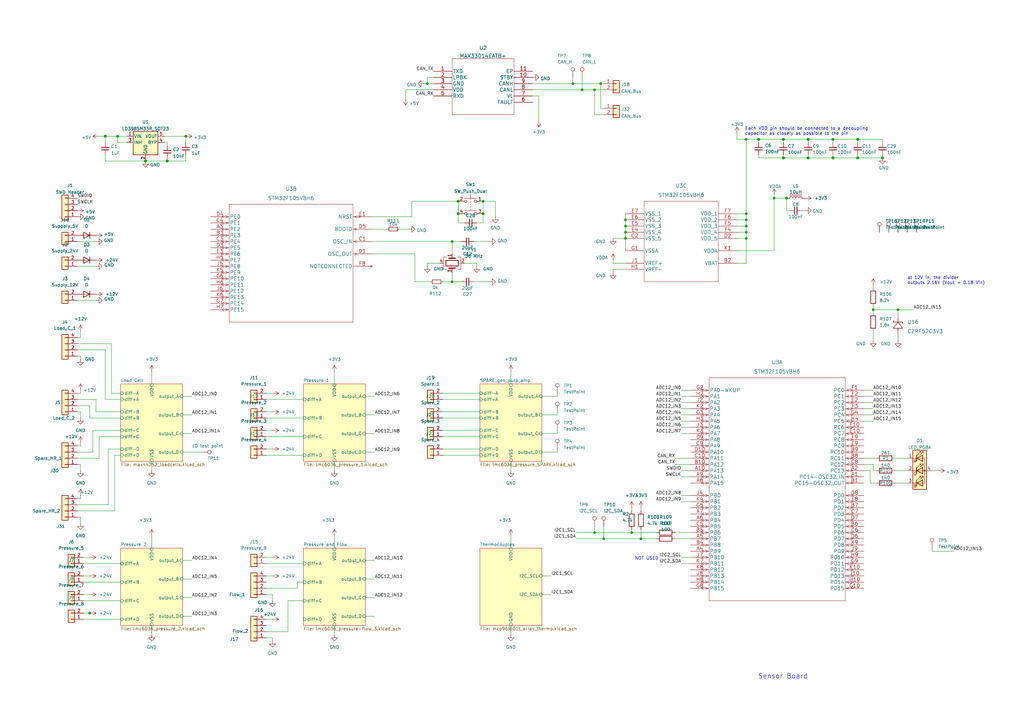
<source format=kicad_sch>
(kicad_sch (version 20211123) (generator eeschema)
  (paper "A3")
  (junction (at 187.96 87.63) (diameter 1.016))
  (junction (at 321.31 64.77) (diameter 1.016))
  (junction (at 262.89 220.98))
  (junction (at 246.38 34.29))
  (junction (at 185.42 115.57))
  (junction (at 259.08 218.44))
  (junction (at 175.26 34.29))
  (junction (at 256.54 92.71))
  (junction (at 317.5 81.28))
  (junction (at 361.95 64.77) (diameter 1.016))
  (junction (at 238.76 36.83))
  (junction (at 243.84 36.83))
  (junction (at 368.3 127))
  (junction (at 256.54 90.17))
  (junction (at 48.26 55.88) (diameter 1.016))
  (junction (at 76.2 55.88))
  (junction (at 331.47 64.77) (diameter 1.016))
  (junction (at 247.65 220.98))
  (junction (at 306.07 97.79))
  (junction (at 331.47 57.15) (diameter 1.016))
  (junction (at 68.58 66.04) (diameter 1.016))
  (junction (at 306.07 87.63))
  (junction (at 358.14 127))
  (junction (at 351.79 64.77) (diameter 1.016))
  (junction (at 198.12 87.63) (diameter 1.016))
  (junction (at 43.18 55.88) (diameter 1.016))
  (junction (at 306.07 92.71))
  (junction (at 341.63 64.77) (diameter 1.016))
  (junction (at 306.07 57.15))
  (junction (at 256.54 95.25))
  (junction (at 311.15 57.15) (diameter 1.016))
  (junction (at 322.58 81.28) (diameter 1.016))
  (junction (at 36.8119 251.46))
  (junction (at 243.84 218.44))
  (junction (at 198.12 82.55))
  (junction (at 59.69 66.04) (diameter 1.016))
  (junction (at 306.07 95.25))
  (junction (at 256.54 97.79))
  (junction (at 351.79 57.15) (diameter 1.016))
  (junction (at 185.42 99.06))
  (junction (at 306.07 90.17))
  (junction (at 234.95 34.29))
  (junction (at 341.63 57.15) (diameter 1.016))
  (junction (at 321.31 57.15) (diameter 1.016))
  (junction (at 187.96 82.55) (diameter 1.016))
  (wire (pts (xy 306.07 95.25) (xy 306.07 92.71)))
  (wire (pts (xy 321.31 57.15) (xy 321.31 58.42)))
  (wire (pts (xy 74.93 170.18) (xy 78.74 170.18)))
  (wire (pts (xy 31.75 207.01) (xy 44.45 207.01)))
  (wire (pts (xy 168.91 88.9) (xy 168.91 82.55)))
  (wire (pts (xy 109.22 261.62) (xy 111.76 261.62)))
  (wire (pts (xy 181.61 176.53) (xy 196.85 176.53)))
  (wire (pts (xy 203.2 82.55) (xy 198.12 82.55)))
  (wire (pts (xy 251.46 97.79) (xy 256.54 97.79)))
  (wire (pts (xy 39.37 163.83) (xy 39.37 168.91)))
  (wire (pts (xy 256.54 92.71) (xy 256.54 95.25)))
  (wire (pts (xy 137.16 256.54) (xy 137.16 260.35)))
  (wire (pts (xy 40.64 55.88) (xy 43.18 55.88)))
  (wire (pts (xy 31.75 190.5) (xy 33.02 190.5)))
  (wire (pts (xy 74.93 177.8) (xy 78.74 177.8)))
  (wire (pts (xy 31.75 209.55) (xy 46.99 209.55)))
  (wire (pts (xy 222.25 236.22) (xy 226.06 236.22)))
  (wire (pts (xy 368.3 127) (xy 368.3 128.27)))
  (wire (pts (xy 283.21 162.56) (xy 279.4 162.56)))
  (wire (pts (xy 33.02 190.5) (xy 33.02 193.04)))
  (wire (pts (xy 181.61 184.15) (xy 196.85 184.15)))
  (wire (pts (xy 173.99 34.29) (xy 175.26 34.29)))
  (wire (pts (xy 222.25 170.18) (xy 228.6 170.18)))
  (wire (pts (xy 283.21 172.72) (xy 279.4 172.72)))
  (wire (pts (xy 181.61 171.45) (xy 196.85 171.45)))
  (wire (pts (xy 198.12 82.55) (xy 198.12 87.63)))
  (wire (pts (xy 33.02 135.89) (xy 33.02 138.43)))
  (wire (pts (xy 33.02 138.43) (xy 31.75 138.43)))
  (wire (pts (xy 43.18 63.5) (xy 43.18 66.04)))
  (wire (pts (xy 322.58 81.28) (xy 322.58 86.36)))
  (wire (pts (xy 109.22 163.83) (xy 124.46 163.83)))
  (wire (pts (xy 187.96 91.44) (xy 187.96 87.63)))
  (wire (pts (xy 222.25 177.8) (xy 228.6 177.8)))
  (wire (pts (xy 243.84 215.9) (xy 243.84 218.44)))
  (wire (pts (xy 283.21 228.6) (xy 279.4 228.6)))
  (wire (pts (xy 259.08 218.44) (xy 269.24 218.44)))
  (wire (pts (xy 351.79 64.77) (xy 361.95 64.77)))
  (wire (pts (xy 187.96 82.55) (xy 187.96 87.63)))
  (wire (pts (xy 74.93 229.87) (xy 78.74 229.87)))
  (wire (pts (xy 382.27 193.04) (xy 384.81 193.04)))
  (wire (pts (xy 185.42 111.76) (xy 185.42 115.57)))
  (wire (pts (xy 31.75 143.51) (xy 43.18 143.51)))
  (wire (pts (xy 175.26 107.95) (xy 175.26 109.22)))
  (wire (pts (xy 180.34 107.95) (xy 175.26 107.95)))
  (wire (pts (xy 209.55 219.71) (xy 209.55 224.79)))
  (wire (pts (xy 33.02 204.47) (xy 33.02 203.2)))
  (wire (pts (xy 358.14 170.18) (xy 354.33 170.18)))
  (wire (pts (xy 48.26 55.88) (xy 52.07 55.88)))
  (wire (pts (xy 251.46 111.76) (xy 251.46 110.49)))
  (wire (pts (xy 181.61 179.07) (xy 196.85 179.07)))
  (wire (pts (xy 40.64 179.07) (xy 49.53 179.07)))
  (wire (pts (xy 40.64 187.96) (xy 40.64 179.07)))
  (wire (pts (xy 34.29 243.84) (xy 36.83 243.84)))
  (wire (pts (xy 46.99 186.69) (xy 46.99 209.55)))
  (wire (pts (xy 49.53 186.69) (xy 46.99 186.69)))
  (wire (pts (xy 149.86 229.87) (xy 153.67 229.87)))
  (wire (pts (xy 222.25 162.56) (xy 228.6 162.56)))
  (wire (pts (xy 228.6 161.29) (xy 228.6 162.56)))
  (wire (pts (xy 149.86 177.8) (xy 153.67 177.8)))
  (wire (pts (xy 33.02 182.88) (xy 33.02 181.61)))
  (wire (pts (xy 311.15 57.15) (xy 311.15 58.42)))
  (wire (pts (xy 44.45 184.15) (xy 49.53 184.15)))
  (wire (pts (xy 44.45 207.01) (xy 44.45 184.15)))
  (wire (pts (xy 203.2 82.55) (xy 203.2 88.9)))
  (wire (pts (xy 34.29 236.22) (xy 36.83 236.22)))
  (wire (pts (xy 259.08 217.17) (xy 259.08 218.44)))
  (wire (pts (xy 43.18 143.51) (xy 43.18 163.83)))
  (wire (pts (xy 74.93 245.11) (xy 78.74 245.11)))
  (wire (pts (xy 358.14 167.64) (xy 354.33 167.64)))
  (wire (pts (xy 109.22 228.6) (xy 111.76 228.6)))
  (wire (pts (xy 283.21 170.18) (xy 279.4 170.18)))
  (wire (pts (xy 198.12 91.44) (xy 195.58 91.44)))
  (wire (pts (xy 367.03 193.04) (xy 372.11 193.04)))
  (wire (pts (xy 31.75 166.37) (xy 36.83 166.37)))
  (wire (pts (xy 36.83 166.37) (xy 36.83 171.45)))
  (wire (pts (xy 36.83 171.45) (xy 49.53 171.45)))
  (wire (pts (xy 74.93 162.56) (xy 78.74 162.56)))
  (wire (pts (xy 306.07 57.15) (xy 306.07 87.63)))
  (wire (pts (xy 328.93 86.36) (xy 330.2 86.36)))
  (wire (pts (xy 283.21 205.74) (xy 279.4 205.74)))
  (wire (pts (xy 200.66 115.57) (xy 194.31 115.57)))
  (wire (pts (xy 109.22 186.69) (xy 124.46 186.69)))
  (wire (pts (xy 177.8 36.83) (xy 166.37 36.83)))
  (wire (pts (xy 246.38 34.29) (xy 247.65 34.29)))
  (wire (pts (xy 341.63 64.77) (xy 351.79 64.77)))
  (wire (pts (xy 246.38 34.29) (xy 246.38 44.45)))
  (wire (pts (xy 358.14 193.04) (xy 358.14 190.5)))
  (wire (pts (xy 311.15 63.5) (xy 311.15 64.77)))
  (wire (pts (xy 177.8 31.75) (xy 175.26 31.75)))
  (wire (pts (xy 283.21 177.8) (xy 279.4 177.8)))
  (wire (pts (xy 368.3 127) (xy 374.65 127)))
  (wire (pts (xy 247.65 215.9) (xy 247.65 220.98)))
  (wire (pts (xy 283.21 187.96) (xy 276.86 187.96)))
  (wire (pts (xy 137.16 189.23) (xy 137.16 193.04)))
  (wire (pts (xy 262.89 208.28) (xy 262.89 209.55)))
  (wire (pts (xy 158.75 93.98) (xy 152.4 93.98)))
  (wire (pts (xy 323.85 86.36) (xy 322.58 86.36)))
  (wire (pts (xy 149.86 185.42) (xy 153.67 185.42)))
  (wire (pts (xy 358.14 127) (xy 358.14 128.27)))
  (wire (pts (xy 358.14 125.73) (xy 358.14 127)))
  (wire (pts (xy 109.22 179.07) (xy 124.46 179.07)))
  (wire (pts (xy 234.95 34.29) (xy 246.38 34.29)))
  (wire (pts (xy 68.58 64.77) (xy 68.58 66.04)))
  (wire (pts (xy 218.44 39.37) (xy 220.98 39.37)))
  (wire (pts (xy 74.93 237.49) (xy 78.74 237.49)))
  (wire (pts (xy 306.07 92.71) (xy 306.07 90.17)))
  (wire (pts (xy 351.79 57.15) (xy 351.79 58.42)))
  (wire (pts (xy 359.41 193.04) (xy 358.14 193.04)))
  (wire (pts (xy 31.75 123.19) (xy 39.37 123.19)))
  (wire (pts (xy 109.22 231.14) (xy 124.46 231.14)))
  (wire (pts (xy 76.2 55.88) (xy 76.2 58.42)))
  (wire (pts (xy 149.86 245.11) (xy 153.67 245.11)))
  (wire (pts (xy 256.54 107.95) (xy 251.46 107.95)))
  (wire (pts (xy 109.22 184.15) (xy 111.76 184.15)))
  (wire (pts (xy 306.07 57.15) (xy 311.15 57.15)))
  (wire (pts (xy 262.89 217.17) (xy 262.89 220.98)))
  (wire (pts (xy 311.15 64.77) (xy 321.31 64.77)))
  (wire (pts (xy 149.86 162.56) (xy 153.67 162.56)))
  (wire (pts (xy 361.95 63.5) (xy 361.95 64.77)))
  (wire (pts (xy 283.21 160.02) (xy 279.4 160.02)))
  (wire (pts (xy 67.31 58.42) (xy 68.58 58.42)))
  (wire (pts (xy 234.95 31.75) (xy 234.95 34.29)))
  (wire (pts (xy 33.02 212.09) (xy 33.02 214.63)))
  (wire (pts (xy 34.29 254) (xy 49.53 254)))
  (wire (pts (xy 31.75 99.06) (xy 39.37 99.06)))
  (wire (pts (xy 302.26 97.79) (xy 306.07 97.79)))
  (wire (pts (xy 68.58 66.04) (xy 76.2 66.04)))
  (wire (pts (xy 152.4 88.9) (xy 168.91 88.9)))
  (wire (pts (xy 222.25 185.42) (xy 228.6 185.42)))
  (wire (pts (xy 43.18 55.88) (xy 48.26 55.88)))
  (wire (pts (xy 306.07 87.63) (xy 302.26 87.63)))
  (wire (pts (xy 358.14 116.84) (xy 358.14 118.11)))
  (wire (pts (xy 31.75 187.96) (xy 40.64 187.96)))
  (wire (pts (xy 181.61 186.69) (xy 196.85 186.69)))
  (wire (pts (xy 331.47 64.77) (xy 341.63 64.77)))
  (wire (pts (xy 359.41 198.12) (xy 356.87 198.12)))
  (wire (pts (xy 243.84 46.99) (xy 247.65 46.99)))
  (wire (pts (xy 222.25 243.84) (xy 226.06 243.84)))
  (wire (pts (xy 39.37 163.83) (xy 31.75 163.83)))
  (wire (pts (xy 49.53 168.91) (xy 39.37 168.91)))
  (wire (pts (xy 109.22 243.84) (xy 111.76 243.84)))
  (wire (pts (xy 276.86 220.98) (xy 283.21 220.98)))
  (wire (pts (xy 358.14 172.72) (xy 354.33 172.72)))
  (wire (pts (xy 306.07 90.17) (xy 306.07 87.63)))
  (wire (pts (xy 283.21 203.2) (xy 279.4 203.2)))
  (wire (pts (xy 181.61 115.57) (xy 185.42 115.57)))
  (wire (pts (xy 185.42 115.57) (xy 189.23 115.57)))
  (wire (pts (xy 209.55 189.23) (xy 209.55 193.04)))
  (wire (pts (xy 302.26 95.25) (xy 306.07 95.25)))
  (wire (pts (xy 341.63 57.15) (xy 351.79 57.15)))
  (wire (pts (xy 31.75 109.22) (xy 39.37 109.22)))
  (wire (pts (xy 31.75 182.88) (xy 33.02 182.88)))
  (wire (pts (xy 247.65 220.98) (xy 236.22 220.98)))
  (wire (pts (xy 109.22 254) (xy 111.76 254)))
  (wire (pts (xy 317.5 80.01) (xy 317.5 81.28)))
  (wire (pts (xy 149.86 252.73) (xy 153.67 252.73)))
  (wire (pts (xy 228.6 176.53) (xy 228.6 177.8)))
  (wire (pts (xy 168.91 82.55) (xy 187.96 82.55)))
  (wire (pts (xy 218.44 36.83) (xy 238.76 36.83)))
  (wire (pts (xy 181.61 161.29) (xy 196.85 161.29)))
  (wire (pts (xy 247.65 220.98) (xy 262.89 220.98)))
  (wire (pts (xy 152.4 104.14) (xy 170.18 104.14)))
  (wire (pts (xy 34.29 251.46) (xy 36.8119 251.46)))
  (wire (pts (xy 109.22 161.29) (xy 111.76 161.29)))
  (wire (pts (xy 243.84 36.83) (xy 243.84 46.99)))
  (wire (pts (xy 109.22 236.22) (xy 111.76 236.22)))
  (wire (pts (xy 167.64 93.98) (xy 163.83 93.98)))
  (wire (pts (xy 152.4 99.06) (xy 185.42 99.06)))
  (wire (pts (xy 185.42 99.06) (xy 189.23 99.06)))
  (wire (pts (xy 354.33 187.96) (xy 359.41 187.96)))
  (wire (pts (xy 341.63 63.5) (xy 341.63 64.77)))
  (wire (pts (xy 367.03 187.96) (xy 372.11 187.96)))
  (wire (pts (xy 181.61 163.83) (xy 196.85 163.83)))
  (wire (pts (xy 322.58 81.28) (xy 317.5 81.28)))
  (wire (pts (xy 218.44 34.29) (xy 234.95 34.29)))
  (wire (pts (xy 68.58 58.42) (xy 68.58 59.69)))
  (wire (pts (xy 62.23 189.23) (xy 62.23 193.04)))
  (wire (pts (xy 243.84 218.44) (xy 259.08 218.44)))
  (wire (pts (xy 358.14 165.1) (xy 354.33 165.1)))
  (wire (pts (xy 149.86 170.18) (xy 153.67 170.18)))
  (wire (pts (xy 31.75 161.29) (xy 33.02 161.29)))
  (wire (pts (xy 33.02 161.29) (xy 33.02 160.02)))
  (wire (pts (xy 31.75 140.97) (xy 45.72 140.97)))
  (wire (pts (xy 62.23 219.71) (xy 62.23 224.79)))
  (wire (pts (xy 220.98 49.53) (xy 220.98 39.37)))
  (wire (pts (xy 48.26 58.42) (xy 48.26 55.88)))
  (wire (pts (xy 247.65 44.45) (xy 246.38 44.45)))
  (wire (pts (xy 228.6 184.15) (xy 228.6 185.42)))
  (wire (pts (xy 74.93 252.73) (xy 78.74 252.73)))
  (wire (pts (xy 109.22 171.45) (xy 124.46 171.45)))
  (wire (pts (xy 34.29 238.76) (xy 49.53 238.76)))
  (wire (pts (xy 256.54 95.25) (xy 256.54 97.79)))
  (wire (pts (xy 358.14 127) (xy 368.3 127)))
  (wire (pts (xy 354.33 193.04) (xy 356.87 193.04)))
  (wire (pts (xy 251.46 110.49) (xy 256.54 110.49)))
  (wire (pts (xy 31.75 168.91) (xy 33.02 168.91)))
  (wire (pts (xy 33.02 168.91) (xy 33.02 171.45)))
  (wire (pts (xy 74.93 185.42) (xy 82.55 185.42)))
  (wire (pts (xy 302.26 107.95) (xy 306.07 107.95)))
  (wire (pts (xy 137.16 219.71) (xy 137.16 224.79)))
  (wire (pts (xy 149.86 237.49) (xy 153.67 237.49)))
  (wire (pts (xy 283.21 193.04) (xy 279.4 193.04)))
  (wire (pts (xy 321.31 63.5) (xy 321.31 64.77)))
  (wire (pts (xy 306.07 97.79) (xy 306.07 95.25)))
  (wire (pts (xy 256.54 87.63) (xy 256.54 90.17)))
  (wire (pts (xy 109.22 241.3) (xy 121.92 241.3)))
  (wire (pts (xy 121.92 238.76) (xy 124.46 238.76)))
  (wire (pts (xy 121.92 241.3) (xy 121.92 238.76)))
  (wire (pts (xy 43.18 55.88) (xy 43.18 58.42)))
  (wire (pts (xy 358.14 162.56) (xy 354.33 162.56)))
  (wire (pts (xy 76.2 66.04) (xy 76.2 63.5)))
  (wire (pts (xy 302.26 90.17) (xy 306.07 90.17)))
  (wire (pts (xy 31.75 185.42) (xy 38.1 185.42)))
  (wire (pts (xy 38.1 176.53) (xy 38.1 185.42)))
  (wire (pts (xy 49.53 176.53) (xy 38.1 176.53)))
  (wire (pts (xy 36.8119 251.46) (xy 36.83 251.46)))
  (wire (pts (xy 259.08 208.28) (xy 259.08 209.55)))
  (wire (pts (xy 358.14 160.02) (xy 354.33 160.02)))
  (wire (pts (xy 321.31 57.15) (xy 331.47 57.15)))
  (wire (pts (xy 341.63 57.15) (xy 341.63 58.42)))
  (wire (pts (xy 358.14 135.89) (xy 358.14 139.7)))
  (wire (pts (xy 283.21 165.1) (xy 279.4 165.1)))
  (wire (pts (xy 351.79 63.5) (xy 351.79 64.77)))
  (wire (pts (xy 190.5 91.44) (xy 187.96 91.44)))
  (wire (pts (xy 276.86 218.44) (xy 283.21 218.44)))
  (wire (pts (xy 331.47 57.15) (xy 331.47 58.42)))
  (wire (pts (xy 34.29 228.6) (xy 36.83 228.6)))
  (wire (pts (xy 361.95 57.15) (xy 361.95 58.42)))
  (wire (pts (xy 175.26 34.29) (xy 177.8 34.29)))
  (wire (pts (xy 321.31 64.77) (xy 331.47 64.77)))
  (wire (pts (xy 137.16 152.4) (xy 137.16 157.48)))
  (wire (pts (xy 170.18 115.57) (xy 176.53 115.57)))
  (wire (pts (xy 111.76 243.84) (xy 111.76 246.38)))
  (wire (pts (xy 209.55 256.54) (xy 209.55 260.35)))
  (wire (pts (xy 52.07 58.42) (xy 48.26 58.42)))
  (wire (pts (xy 283.21 167.64) (xy 279.4 167.64)))
  (wire (pts (xy 200.66 99.06) (xy 194.31 99.06)))
  (wire (pts (xy 331.47 57.15) (xy 341.63 57.15)))
  (wire (pts (xy 67.31 55.88) (xy 76.2 55.88)))
  (wire (pts (xy 59.69 66.04) (xy 68.58 66.04)))
  (wire (pts (xy 209.55 152.4) (xy 209.55 157.48)))
  (wire (pts (xy 354.33 190.5) (xy 358.14 190.5)))
  (wire (pts (xy 43.18 66.04) (xy 59.69 66.04)))
  (wire (pts (xy 283.21 195.58) (xy 279.4 195.58)))
  (wire (pts (xy 306.07 107.95) (xy 306.07 97.79)))
  (wire (pts (xy 185.42 99.06) (xy 185.42 104.14)))
  (wire (pts (xy 34.29 246.38) (xy 49.53 246.38)))
  (wire (pts (xy 31.75 146.05) (xy 33.02 146.05)))
  (wire (pts (xy 33.02 146.05) (xy 33.02 147.32)))
  (wire (pts (xy 34.29 231.14) (xy 49.53 231.14)))
  (wire (pts (xy 111.76 261.62) (xy 111.76 262.89)))
  (wire (pts (xy 317.5 81.28) (xy 317.5 102.87)))
  (wire (pts (xy 367.03 198.12) (xy 372.11 198.12)))
  (wire (pts (xy 31.75 204.47) (xy 33.02 204.47)))
  (wire (pts (xy 175.26 31.75) (xy 175.26 34.29)))
  (wire (pts (xy 238.76 36.83) (xy 243.84 36.83)))
  (wire (pts (xy 283.21 231.14) (xy 279.4 231.14)))
  (wire (pts (xy 31.75 212.09) (xy 33.02 212.09)))
  (wire (pts (xy 238.76 31.75) (xy 238.76 36.83)))
  (wire (pts (xy 45.72 140.97) (xy 45.72 161.29)))
  (wire (pts (xy 45.72 161.29) (xy 49.53 161.29)))
  (wire (pts (xy 302.26 92.71) (xy 306.07 92.71)))
  (wire (pts (xy 251.46 107.95) (xy 251.46 106.68)))
  (wire (pts (xy 256.54 90.17) (xy 256.54 92.71)))
  (wire (pts (xy 109.22 259.08) (xy 118.11 259.08)))
  (wire (pts (xy 118.11 246.38) (xy 124.46 246.38)))
  (wire (pts (xy 118.11 259.08) (xy 118.11 246.38)))
  (wire (pts (xy 302.26 57.15) (xy 306.07 57.15)))
  (wire (pts (xy 356.87 198.12) (xy 356.87 193.04)))
  (wire (pts (xy 109.22 168.91) (xy 111.76 168.91)))
  (wire (pts (xy 256.54 97.79) (xy 256.54 102.87)))
  (wire (pts (xy 262.89 220.98) (xy 269.24 220.98)))
  (wire (pts (xy 311.15 57.15) (xy 321.31 57.15)))
  (wire (pts (xy 302.26 54.61) (xy 302.26 57.15)))
  (wire (pts (xy 283.21 175.26) (xy 279.4 175.26)))
  (wire (pts (xy 331.47 63.5) (xy 331.47 64.77)))
  (wire (pts (xy 382.27 226.06) (xy 382.27 224.79)))
  (wire (pts (xy 391.16 226.06) (xy 382.27 226.06)))
  (wire (pts (xy 368.3 138.43) (xy 368.3 139.7)))
  (wire (pts (xy 170.18 104.14) (xy 170.18 115.57)))
  (wire (pts (xy 190.5 107.95) (xy 195.58 107.95)))
  (wire (pts (xy 195.58 107.95) (xy 195.58 109.22)))
  (wire (pts (xy 166.37 36.83) (xy 166.37 40.64)))
  (wire (pts (xy 109.22 176.53) (xy 111.76 176.53)))
  (wire (pts (xy 236.22 218.44) (xy 243.84 218.44)))
  (wire (pts (xy 62.23 256.54) (xy 62.23 260.35)))
  (wire (pts (xy 283.21 190.5) (xy 276.86 190.5)))
  (wire (pts (xy 43.18 163.83) (xy 49.53 163.83)))
  (wire (pts (xy 302.26 102.87) (xy 317.5 102.87)))
  (wire (pts (xy 198.12 87.63) (xy 198.12 91.44)))
  (wire (pts (xy 181.61 168.91) (xy 196.85 168.91)))
  (wire (pts (xy 228.6 168.91) (xy 228.6 170.18)))
  (wire (pts (xy 243.84 36.83) (xy 247.65 36.83)))
  (wire (pts (xy 62.23 152.4) (xy 62.23 157.48)))
  (wire (pts (xy 351.79 57.15) (xy 361.95 57.15)))
  (text "Each VDD pin should be connected to a decoupling\ncapacitor as closely as possible to the pin" (at 305.562 55.626 0) (effects (font (size 1.27 1.27)) (justify left bottom)))
  (text "Sensor Board" (at 310.896 278.638 0) (effects (font (size 2 2)) (justify left bottom)))
  (text "at 12V in, the divider\noutputs 2.16V (Vout = 0.18 Vin)" (at 372.11 116.84 0) (effects (font (size 1.27 1.27)) (justify left bottom)))
  (text "NOT USED" (at 260.35 229.87 0) (effects (font (size 1.27 1.27)) (justify left bottom)))
  (label "ADC12_IN10" (at 153.67 229.87 0))
  (label "I2C2_SDA" (at 279.4 231.14 180))
  (label "ADC12_IN13" (at 391.16 226.06 0))
  (label "ADC12_IN1" (at 279.4 162.56 180))
  (label "I2C1_SCL" (at 226.06 236.22 0))
  (label "CAN_RX" (at 177.8 39.37 180))
  (label "ADC12_IN14" (at 78.74 177.8 0))
  (label "ADC12_IN6" (at 153.67 162.56 0))
  (label "ADC12_IN2" (at 78.74 245.11 0))
  (label "ADC12_IN12" (at 358.14 165.1 0))
  (label "ADC12_IN3" (at 279.4 167.64 180))
  (label "ADC12_IN9" (at 279.4 205.74 180))
  (label "ADC12_IN0" (at 78.74 162.56 0))
  (label "ADC12_IN3" (at 78.74 252.73 0))
  (label "I2C1_SDA" (at 226.06 243.84 0))
  (label "ADC12_IN11" (at 153.67 237.49 0))
  (label "ADC12_IN11" (at 358.14 162.56 0))
  (label "ADC12_IN10" (at 358.14 160.02 0))
  (label "ADC12_IN4" (at 279.4 170.18 180))
  (label "ADC12_IN8" (at 279.4 203.2 180))
  (label "ADC12_IN4" (at 78.74 229.87 0))
  (label "SWCLK" (at 279.4 195.58 180))
  (label "ADC12_IN5" (at 78.74 237.49 0))
  (label "SWCLK" (at 31.75 83.82 0))
  (label "ADC12_IN12" (at 153.67 245.11 0))
  (label "CAN_RX" (at 276.86 187.96 180))
  (label "ADC12_IN6" (at 279.4 175.26 180))
  (label "ADC12_IN7" (at 279.4 177.8 180))
  (label "ADC12_IN7" (at 153.67 170.18 0))
  (label "I2C1_SCL" (at 236.22 218.44 180))
  (label "ADC12_IN9" (at 153.67 185.42 0))
  (label "CAN_TX" (at 177.8 29.21 180))
  (label "CAN_TX" (at 276.86 190.5 180))
  (label "ADC12_IN15" (at 358.14 172.72 0))
  (label "ADC12_IN1" (at 78.74 170.18 0))
  (label "ADC12_IN8" (at 153.67 177.8 0))
  (label "ADC12_IN14" (at 358.14 170.18 0))
  (label "I2C1_SDA" (at 236.22 220.98 180))
  (label "ADC12_IN5" (at 279.4 172.72 180))
  (label "ADC12_IN13" (at 358.14 167.64 0))
  (label "SWDIO" (at 279.4 193.04 180))
  (label "SWDIO" (at 31.75 81.28 0))
  (label "I2C2_SCL" (at 279.4 228.6 180))
  (label "ADC12_IN15" (at 374.65 127 0))
  (label "ADC12_IN2" (at 279.4 165.1 180))
  (label "ADC12_IN0" (at 279.4 160.02 180))
  (symbol (lib_id "power:+12V") (at 39.37 120.65 270) (mirror x) (unit 1)
    (property "Reference" "#PWR05" (effects hide))
    (property "Value" "+12V" (at 43.18 120.65 90) (effects (justify left)))
  )
  (symbol (lib_id "Connector_Generic:Conn_01x02") (at 104.14 171.45 180) (unit 1)
    (property "Reference" "J12" (at 104.14 162.56 0))
    (property "Value" "Pressure_2" (at 104.14 165.1 0))
    (property "Footprint" "Custom_Molex_SL_2.54:SL_2.54_H_2pin" (effects hide))
  )
  (symbol (lib_id "Connector_Generic:Conn_01x02") (at 104.14 186.69 180) (unit 1)
    (property "Reference" "J14" (at 104.14 177.8 0))
    (property "Value" "Pressure_4" (at 104.14 180.34 0))
    (property "Footprint" "Custom_Molex_SL_2.54:SL_2.54_H_2pin" (effects hide))
  )
  (symbol (lib_id "power:+24V") (at 36.8119 251.46 270) (mirror x) (unit 1)
    (property "Reference" "#PWR0159" (effects hide))
    (property "Value" "+24V" (at 40.6219 251.46 90) (effects (justify left)))
  )
  (symbol (lib_id "Connector:TestPoint") (at 238.76 31.75 0) (unit 1)
    (property "Reference" "TP8" (at 238.76 22.86 0) (effects (justify left)))
    (property "Value" "CAN_L" (at 238.76 25.4 0) (effects (justify left)))
    (property "Footprint" "TestPoint:TestPoint_Pad_D2.0mm" (effects hide))
  )
  (symbol (lib_id "Device:C_Small") (at 193.04 91.44 270) (mirror x) (unit 1)
    (property "Reference" "C28" (at 193.04 88.4513 90))
    (property "Value" "100nF" (at 193.04 93.7664 90))
    (property "Footprint" "Capacitor_SMD:C_0603_1608Metric" (effects hide))
  )
  (symbol (lib_id "Device:R") (at 259.08 213.36 0) (unit 1)
    (property "Reference" "R2" (at 255.27 210.8199 0) (effects (justify left)))
    (property "Value" "4.7k" (at 255.27 213.3599 0) (effects (justify left)))
    (property "Footprint" "Resistor_SMD:R_0603_1608Metric" (effects hide))
  )
  (symbol (lib_id "power:+3.3V") (at 209.55 219.71 0) (unit 1)
    (property "Reference" "#PWR048" (effects hide))
    (property "Value" "+3.3V" (at 207.01 213.36 0))
  )
  (symbol (lib_id "power:+24V") (at 39.37 106.68 270) (mirror x) (unit 1)
    (property "Reference" "#PWR03" (effects hide))
    (property "Value" "+24V" (at 43.18 106.68 90) (effects (justify left)))
  )
  (symbol (lib_id "power:+24V") (at 36.83 243.84 270) (mirror x) (unit 1)
    (property "Reference" "#PWR0158" (effects hide))
    (property "Value" "+24V" (at 40.64 243.84 90) (effects (justify left)))
  )
  (symbol (lib_id "Connector_Generic:Conn_01x02") (at 252.73 34.29 0) (unit 1)
    (property "Reference" "J18" (at 254.7621 34.6515 0) (effects (justify left)))
    (property "Value" "CAN_Bus" (at 254.7621 37.4266 0) (effects (justify left)))
    (property "Footprint" "Custom_Molex_SL_2.54:SL_2.54_H_2pin" (effects hide))
  )
  (symbol (lib_id "power:+24V") (at 111.76 254 270) (unit 1)
    (property "Reference" "#PWR033" (effects hide))
    (property "Value" "+24V" (at 107.95 251.9679 90) (effects (justify left)))
  )
  (symbol (lib_id "Connector:TestPoint") (at 234.95 31.75 0) (unit 1)
    (property "Reference" "TP7" (at 228.6 22.86 0) (effects (justify left)))
    (property "Value" "CAN_H" (at 228.6 25.4 0) (effects (justify left)))
    (property "Footprint" "TestPoint:TestPoint_Pad_D2.0mm" (effects hide))
  )
  (symbol (lib_id "power:+5V") (at 39.37 96.52 270) (mirror x) (unit 1)
    (property "Reference" "#PWR016" (effects hide))
    (property "Value" "+5V" (at 42.5451 96.041 90) (effects (justify left)))
  )
  (symbol (lib_id "power:+24V") (at 111.76 176.53 270) (mirror x) (unit 1)
    (property "Reference" "#PWR0162" (effects hide))
    (property "Value" "+24V" (at 115.57 176.53 90) (effects (justify left)))
  )
  (symbol (lib_id "power:GND") (at 62.23 260.35 0) (unit 1)
    (property "Reference" "#PWR022" (effects hide))
    (property "Value" "GND" (at 62.23 265.43 0))
  )
  (symbol (lib_id "Device:C_Small") (at 341.63 60.96 0) (unit 1)
    (property "Reference" "C10" (at 343.408 59.944 0) (effects (justify left)))
    (property "Value" "100nF" (at 343.408 62.484 0) (effects (justify left)))
    (property "Footprint" "Capacitor_SMD:C_0603_1608Metric" (effects hide))
  )
  (symbol (lib_id "power:+12V") (at 358.14 116.84 0) (mirror y) (unit 1)
    (property "Reference" "#PWR0167" (effects hide))
    (property "Value" "+12V" (at 360.68 115.5699 0) (effects (justify right)))
  )
  (symbol (lib_id "Connector:TestPoint") (at 372.11 95.25 0) (unit 1)
    (property "Reference" "TP14" (at 374.65 90.6779 0) (effects (justify left)))
    (property "Value" "TestPoint" (at 374.65 93.2179 0) (effects (justify left)))
    (property "Footprint" "CustomFootprints:3mm hole" (effects hide))
  )
  (symbol (lib_id "Connector_Generic:Conn_01x02") (at 104.14 163.83 180) (unit 1)
    (property "Reference" "J11" (at 104.14 154.94 0))
    (property "Value" "Pressure_1" (at 104.14 157.48 0))
    (property "Footprint" "Custom_Molex_SL_2.54:SL_2.54_H_2pin" (effects hide))
  )
  (symbol (lib_id "power:+24V") (at 111.76 184.15 270) (mirror x) (unit 1)
    (property "Reference" "#PWR0163" (effects hide))
    (property "Value" "+24V" (at 115.57 184.15 90) (effects (justify left)))
  )
  (symbol (lib_id "Device:C_Small") (at 43.18 60.96 0) (unit 1)
    (property "Reference" "C1" (at 45.5042 60.0515 0) (effects (justify left)))
    (property "Value" "1uF" (at 45.5042 62.8266 0) (effects (justify left)))
    (property "Footprint" "Capacitor_SMD:C_0603_1608Metric" (effects hide))
  )
  (symbol (lib_id "Device:R_Small") (at 179.07 115.57 270) (unit 1)
    (property "Reference" "R112" (at 178.562 120.396 90))
    (property "Value" "0k" (at 178.562 117.856 90))
    (property "Footprint" "Resistor_SMD:R_0603_1608Metric" (effects hide))
  )
  (symbol (lib_id "power:+24V") (at 111.76 161.29 270) (mirror x) (unit 1)
    (property "Reference" "#PWR0160" (effects hide))
    (property "Value" "+24V" (at 115.57 161.29 90) (effects (justify left)))
  )
  (symbol (lib_id "Connector:TestPoint") (at 382.27 224.79 0) (unit 1)
    (property "Reference" "TP5" (at 384.81 221.6784 0) (effects (justify left)))
    (property "Value" "TestPoint" (at 384.81 224.2184 0) (effects (justify left)))
    (property "Footprint" "TestPoint:TestPoint_Pad_D2.0mm" (effects hide))
  )
  (symbol (lib_id "power:GND") (at 209.55 260.35 0) (unit 1)
    (property "Reference" "#PWR049" (effects hide))
    (property "Value" "GND" (at 209.55 265.43 0))
  )
  (symbol (lib_id "power:GND") (at 251.46 111.76 0) (unit 1)
    (property "Reference" "#PWR0135" (effects hide))
    (property "Value" "GND" (at 246.38 113.03 0))
  )
  (symbol (lib_id "power:GND") (at 200.66 115.57 90) (unit 1)
    (property "Reference" "#PWR0148" (effects hide))
    (property "Value" "GND" (at 203.962 115.316 90) (effects (justify right)))
  )
  (symbol (lib_id "power:GND") (at 209.55 193.04 0) (unit 1)
    (property "Reference" "#PWR047" (effects hide))
    (property "Value" "GND" (at 209.55 198.12 0))
  )
  (symbol (lib_id "STM32F105VBH6:STM32F105VBH6") (at 283.21 160.02 0) (unit 1)
    (property "Reference" "U3" (at 318.77 148.59 0) (effects (font (size 1.524 1.524))))
    (property "Value" "STM32F105VBH6" (at 318.77 152.4 0) (effects (font (size 1.524 1.524))))
    (property "Footprint" "STM32F105VBH6:STM32F105VBH6" (effects hide))
  )
  (symbol (lib_id "Device:C_Small") (at 331.47 60.96 0) (unit 1)
    (property "Reference" "C9" (at 333.248 59.944 0) (effects (justify left)))
    (property "Value" "100nF" (at 333.248 62.484 0) (effects (justify left)))
    (property "Footprint" "Capacitor_SMD:C_0603_1608Metric" (effects hide))
  )
  (symbol (lib_id "power:+5V") (at 31.75 86.36 270) (unit 1)
    (property "Reference" "#PWR01" (effects hide))
    (property "Value" "+5V" (at 34.9251 86.839 90) (effects (justify left)))
  )
  (symbol (lib_id "power:VDDA") (at 251.46 106.68 0) (unit 1)
    (property "Reference" "#PWR0136" (effects hide))
    (property "Value" "VDDA" (at 246.888 105.664 0))
  )
  (symbol (lib_id "power:GND") (at 31.75 88.9 90) (unit 1)
    (property "Reference" "#PWR02" (effects hide))
    (property "Value" "GND" (at 34.9251 89.379 90) (effects (justify right)))
  )
  (symbol (lib_id "power:+24V") (at 111.76 168.91 270) (mirror x) (unit 1)
    (property "Reference" "#PWR0161" (effects hide))
    (property "Value" "+24V" (at 115.57 168.91 90) (effects (justify left)))
  )
  (symbol (lib_id "power:GND") (at 62.23 193.04 0) (unit 1)
    (property "Reference" "#PWR020" (effects hide))
    (property "Value" "GND" (at 62.23 198.12 0))
  )
  (symbol (lib_id "power:+24V") (at 36.83 228.6 270) (mirror x) (unit 1)
    (property "Reference" "#PWR0156" (effects hide))
    (property "Value" "+24V" (at 40.64 228.6 90) (effects (justify left)))
  )
  (symbol (lib_id "power:GND") (at 39.37 123.19 90) (mirror x) (unit 1)
    (property "Reference" "#PWR06" (effects hide))
    (property "Value" "GND" (at 42.672 122.682 90) (effects (justify right)))
  )
  (symbol (lib_id "Device:C_Small") (at 321.31 60.96 0) (unit 1)
    (property "Reference" "C7" (at 323.088 59.944 0) (effects (justify left)))
    (property "Value" "100nF" (at 323.088 62.484 0) (effects (justify left)))
    (property "Footprint" "Capacitor_SMD:C_0603_1608Metric" (effects hide))
  )
  (symbol (lib_id "Connector_Generic:Conn_01x02") (at 29.21 254 180) (unit 1)
    (property "Reference" "J9" (at 29.21 245.11 0))
    (property "Value" "Pressure_8" (at 29.21 247.65 0))
    (property "Footprint" "Custom_Molex_SL_2.54:SL_2.54_H_2pin" (effects hide))
  )
  (symbol (lib_id "Device:R") (at 358.14 121.92 0) (unit 1)
    (property "Reference" "R106" (at 360.68 120.6499 0) (effects (justify left)))
    (property "Value" "8.2k" (at 360.68 123.1899 0) (effects (justify left)))
    (property "Footprint" "Resistor_SMD:R_0603_1608Metric" (effects hide))
  )
  (symbol (lib_id "Connector_Generic:Conn_01x02") (at 104.14 231.14 180) (unit 1)
    (property "Reference" "J15" (at 104.14 222.25 0))
    (property "Value" "Pressure_9" (at 104.14 224.79 0))
    (property "Footprint" "Custom_Molex_SL_2.54:SL_2.54_H_2pin" (effects hide))
  )
  (symbol (lib_id "power:+3V3") (at 76.2 55.88 270) (unit 1)
    (property "Reference" "#PWR024" (effects hide))
    (property "Value" "+3V3" (at 79.3751 56.359 90) (effects (justify left)))
  )
  (symbol (lib_id "Device:C_Small") (at 68.58 62.23 0) (unit 1)
    (property "Reference" "C2" (at 70.9042 61.3215 0) (effects (justify left)))
    (property "Value" "10nF" (at 70.9042 64.0966 0) (effects (justify left)))
    (property "Footprint" "Capacitor_SMD:C_0603_1608Metric" (effects hide))
  )
  (symbol (lib_id "power:GND") (at 33.02 214.63 0) (unit 1)
    (property "Reference" "#PWR0141" (effects hide))
    (property "Value" "GND" (at 33.02 219.71 0))
  )
  (symbol (lib_id "Connector_Generic:Conn_01x04") (at 26.67 143.51 180) (unit 1)
    (property "Reference" "J4" (at 26.67 132.08 0))
    (property "Value" "Load_C_1" (at 26.67 134.62 0))
    (property "Footprint" "Custom_Molex_SL_2.54:SL_2.54_H_4pin" (effects hide))
  )
  (symbol (lib_id "Connector_Generic:Conn_01x02") (at 26.67 123.19 180) (unit 1)
    (property "Reference" "J3" (at 26.67 114.3 0))
    (property "Value" "Supply_12V" (at 26.67 116.84 0))
    (property "Footprint" "CustomFootprints:PowerPoleThroughHole" (effects hide))
  )
  (symbol (lib_id "Connector:TestPoint") (at 368.3 95.25 0) (unit 1)
    (property "Reference" "TP13" (at 370.84 90.6779 0) (effects (justify left)))
    (property "Value" "TestPoint" (at 370.84 93.2179 0) (effects (justify left)))
    (property "Footprint" "CustomFootprints:3mm hole" (effects hide))
  )
  (symbol (lib_id "Device:D") (at 35.56 96.52 180) (unit 1)
    (property "Reference" "D2" (at 35.56 90.17 0))
    (property "Value" "D" (at 35.56 92.71 0))
    (property "Footprint" "Diode_SMD:D_1206_3216Metric" (effects hide))
  )
  (symbol (lib_id "Device:LED_RGBA") (at 377.19 193.04 0) (unit 1)
    (property "Reference" "D1" (at 377.19 180.6915 0))
    (property "Value" "LED_RGBA" (at 377.19 183.4666 0))
    (property "Footprint" "CustomFootprints:RGB LED" (effects hide))
  )
  (symbol (lib_id "Device:R_Small") (at 161.29 93.98 90) (mirror x) (unit 1)
    (property "Reference" "R111" (at 161.29 90.5468 90))
    (property "Value" "10k" (at 161.29 92.0519 90))
    (property "Footprint" "Resistor_SMD:R_0603_1608Metric" (effects hide))
  )
  (symbol (lib_id "Device:C_Small") (at 326.39 86.36 90) (unit 1)
    (property "Reference" "C8" (at 326.39 83.82 90))
    (property "Value" "100nF" (at 326.39 88.9 90))
    (property "Footprint" "Capacitor_SMD:C_0603_1608Metric" (effects hide))
  )
  (symbol (lib_id "Switch:SW_Push_Dual") (at 193.04 82.55 0) (mirror y) (unit 1)
    (property "Reference" "SW1" (at 193.04 75.6624 0))
    (property "Value" "SW_Push_Dual" (at 193.04 78.4375 0))
    (property "Footprint" "Custom_button_CS1102:Button CS1102" (effects hide))
  )
  (symbol (lib_id "power:GND") (at 175.26 109.22 0) (unit 1)
    (property "Reference" "#PWR0138" (effects hide))
    (property "Value" "GND" (at 177.8 110.2994 0) (effects (justify left)))
  )
  (symbol (lib_id "Device:R") (at 273.05 218.44 90) (unit 1)
    (property "Reference" "R109" (at 273.05 212.09 90))
    (property "Value" "100" (at 273.05 214.63 90))
    (property "Footprint" "Resistor_SMD:R_0603_1608Metric" (effects hide))
  )
  (symbol (lib_id "power:GND") (at 358.14 139.7 0) (unit 1)
    (property "Reference" "#PWR0165" (effects hide))
    (property "Value" "GND" (at 353.06 140.97 0))
  )
  (symbol (lib_id "power:+3.3V") (at 137.16 152.4 0) (unit 1)
    (property "Reference" "#PWR036" (effects hide))
    (property "Value" "+3.3V" (at 137.16 147.32 0))
  )
  (symbol (lib_id "power:GND") (at 218.44 31.75 90) (unit 1)
    (property "Reference" "#PWR035" (effects hide))
    (property "Value" "GND" (at 221.6151 32.229 90) (effects (justify right)))
  )
  (symbol (lib_id "power:GND") (at 33.02 171.45 0) (unit 1)
    (property "Reference" "#PWR010" (effects hide))
    (property "Value" "GND" (at 33.02 176.53 0))
  )
  (symbol (lib_id "power:+3.3V") (at 209.55 152.4 0) (unit 1)
    (property "Reference" "#PWR046" (effects hide))
    (property "Value" "+3.3V" (at 209.55 147.32 0))
  )
  (symbol (lib_id "Connector_Generic:Conn_01x02") (at 29.21 231.14 180) (unit 1)
    (property "Reference" "J6" (at 29.21 222.25 0))
    (property "Value" "Pressure_5" (at 29.21 224.79 0))
    (property "Footprint" "Custom_Molex_SL_2.54:SL_2.54_H_2pin" (effects hide))
  )
  (symbol (lib_id "Connector_Generic:Conn_01x04") (at 104.14 241.3 180) (unit 1)
    (property "Reference" "J16" (at 106.172 250.19 0))
    (property "Value" "Flow_1" (at 97.282 243.84 0))
    (property "Footprint" "Custom_Molex_SL_2.54:SL_2.54_H_4pin" (effects hide))
  )
  (symbol (lib_id "STM32F105VBH6:STM32F105VBH6") (at 86.36 88.9 0) (unit 2)
    (property "Reference" "U3" (at 119.38 77.47 0) (effects (font (size 1.524 1.524))))
    (property "Value" "STM32F105VBH6" (at 119.38 81.28 0) (effects (font (size 1.524 1.524))))
    (property "Footprint" "STM32F105VBH6:STM32F105VBH6" (effects hide))
  )
  (symbol (lib_id "Connector_Generic:Conn_01x02") (at 104.14 179.07 180) (unit 1)
    (property "Reference" "J13" (at 104.14 170.18 0))
    (property "Value" "Pressure_3" (at 104.14 172.72 0))
    (property "Footprint" "Custom_Molex_SL_2.54:SL_2.54_H_2pin" (effects hide))
  )
  (symbol (lib_id "Connector_Generic:Conn_01x02") (at 26.67 109.22 180) (unit 1)
    (property "Reference" "J2" (at 26.67 100.33 0))
    (property "Value" "Supply_24V" (at 26.67 102.87 0))
    (property "Footprint" "CustomFootprints:PowerPoleThroughHole" (effects hide))
  )
  (symbol (lib_id "Connector_Generic:Conn_01x04") (at 104.14 259.08 180) (unit 1)
    (property "Reference" "J17" (at 96.012 262.128 0))
    (property "Value" "Flow_2" (at 98.552 258.826 0))
    (property "Footprint" "Custom_Molex_SL_2.54:SL_2.54_H_4pin" (effects hide))
  )
  (symbol (lib_id "power:+5V") (at 166.37 40.64 180) (unit 1)
    (property "Reference" "#PWR0168" (effects hide))
    (property "Value" "+5V" (at 167.767 42.389 0) (effects (justify right)))
  )
  (symbol (lib_id "power:+12V") (at 33.02 160.02 0) (unit 1)
    (property "Reference" "#PWR09" (effects hide))
    (property "Value" "+12V" (at 36.83 160.02 0))
  )
  (symbol (lib_id "power:GND") (at 330.2 86.36 90) (unit 1)
    (property "Reference" "#PWR0151" (effects hide))
    (property "Value" "GND" (at 333.248 86.614 90) (effects (justify right)))
  )
  (symbol (lib_id "Connector:TestPoint") (at 82.55 185.42 270) (unit 1)
    (property "Reference" "TP11" (at 85.09 187.96 90) (effects (justify left)))
    (property "Value" "LD test point" (at 78.74 182.88 90) (effects (justify left)))
    (property "Footprint" "TestPoint:TestPoint_Pad_D2.0mm" (effects hide))
  )
  (symbol (lib_id "power:GND") (at 173.99 34.29 270) (unit 1)
    (property "Reference" "#PWR025" (effects hide))
    (property "Value" "GND" (at 170.815 34.769 90) (effects (justify right)))
  )
  (symbol (lib_id "power:+3V3") (at 384.81 193.04 270) (unit 1)
    (property "Reference" "#PWR0155" (effects hide))
    (property "Value" "+3V3" (at 387.9851 193.519 90) (effects (justify left)))
  )
  (symbol (lib_id "Device:C_Small") (at 191.77 99.06 270) (unit 1)
    (property "Reference" "C12" (at 191.77 104.14 90))
    (property "Value" "20pF" (at 191.77 101.6 90))
    (property "Footprint" "Capacitor_SMD:C_0603_1608Metric" (effects hide))
  )
  (symbol (lib_id "Connector:TestPoint") (at 364.49 95.25 0) (unit 1)
    (property "Reference" "TP12" (at 367.03 90.6779 0) (effects (justify left)))
    (property "Value" "TestPoint" (at 367.03 93.2179 0) (effects (justify left)))
    (property "Footprint" "CustomFootprints:3mm hole" (effects hide))
  )
  (symbol (lib_id "Connector_Generic:Conn_01x04") (at 26.67 86.36 180) (unit 1)
    (property "Reference" "J1" (at 28.702 76.0434 0))
    (property "Value" "SWD Header" (at 28.702 78.8185 0))
    (property "Footprint" "Connector_PinHeader_2.54mm:PinHeader_1x04_P2.54mm_Vertical" (effects hide))
  )
  (symbol (lib_id "power:GND") (at 39.37 99.06 90) (mirror x) (unit 1)
    (property "Reference" "#PWR017" (effects hide))
    (property "Value" "GND" (at 42.5451 98.581 90) (effects (justify right)))
  )
  (symbol (lib_id "power:+3.3V") (at 137.16 219.71 0) (unit 1)
    (property "Reference" "#PWR038" (effects hide))
    (property "Value" "+3.3V" (at 134.62 213.36 0))
  )
  (symbol (lib_id "Connector_Generic:Conn_01x04") (at 26.67 166.37 180) (unit 1)
    (property "Reference" "J5" (at 23.622 165.1 0))
    (property "Value" "Load_C_2" (at 26.162 171.45 0))
    (property "Footprint" "Custom_Molex_SL_2.54:SL_2.54_H_4pin" (effects hide))
  )
  (symbol (lib_id "Connector_Generic:Conn_01x02") (at 252.73 44.45 0) (unit 1)
    (property "Reference" "J32" (at 254.7621 44.8115 0) (effects (justify left)))
    (property "Value" "CAN_Bus" (at 254.7621 47.5866 0) (effects (justify left)))
    (property "Footprint" "Custom_Molex_SL_2.54:SL_2.54_H_2pin" (effects hide))
  )
  (symbol (lib_id "power:GND") (at 203.2 88.9 0) (mirror y) (unit 1)
    (property "Reference" "#PWR0147" (effects hide))
    (property "Value" "GND" (at 203.2 93.4626 0))
  )
  (symbol (lib_id "Device:R") (at 262.89 213.36 0) (unit 1)
    (property "Reference" "R108" (at 265.43 212.0899 0) (effects (justify left)))
    (property "Value" "4.7k" (at 265.43 214.6299 0) (effects (justify left)))
    (property "Footprint" "Resistor_SMD:R_0603_1608Metric" (effects hide))
  )
  (symbol (lib_id "Device:R") (at 273.05 220.98 90) (unit 1)
    (property "Reference" "R110" (at 273.05 214.63 90))
    (property "Value" "100" (at 273.05 217.17 90))
    (property "Footprint" "Resistor_SMD:R_0603_1608Metric" (effects hide))
  )
  (symbol (lib_id "Device:R") (at 363.22 198.12 90) (unit 1)
    (property "Reference" "R105" (at 363.22 198.12 90))
    (property "Value" "140" (at 363.22 195.9125 90))
    (property "Footprint" "Resistor_SMD:R_0603_1608Metric" (effects hide))
  )
  (symbol (lib_id "MAX33014E:MAX33014EATB+") (at 177.8 29.21 0) (unit 1)
    (property "Reference" "U2" (at 198.12 19.6626 0) (effects (font (size 1.524 1.524))))
    (property "Value" "MAX33014EATB+" (at 198.12 22.9416 0) (effects (font (size 1.524 1.524))))
    (property "Footprint" "MAX33014E:MAX33014EATB&plus_" (effects hide))
  )
  (symbol (lib_id "Device:C_Small") (at 76.2 60.96 0) (unit 1)
    (property "Reference" "C3" (at 78.5242 60.0515 0) (effects (justify left)))
    (property "Value" "1uF" (at 78.5242 62.8266 0) (effects (justify left)))
    (property "Footprint" "Capacitor_SMD:C_0603_1608Metric" (effects hide))
  )
  (symbol (lib_id "power:+5V") (at 40.64 55.88 90) (unit 1)
    (property "Reference" "#PWR015" (effects hide))
    (property "Value" "+5V" (at 37.465 56.359 90) (effects (justify left)))
  )
  (symbol (lib_id "power:+3V3") (at 330.2 81.28 270) (unit 1)
    (property "Reference" "#PWR0152" (effects hide))
    (property "Value" "+3V3" (at 334.01 81.28 90) (effects (justify left)))
  )
  (symbol (lib_id "power:+24V") (at 111.76 228.6 270) (mirror x) (unit 1)
    (property "Reference" "#PWR0164" (effects hide))
    (property "Value" "+24V" (at 115.57 228.6 90) (effects (justify left)))
  )
  (symbol (lib_id "Device:C_Small") (at 311.15 60.96 0) (unit 1)
    (property "Reference" "C6" (at 313.69 59.69 0) (effects (justify left)))
    (property "Value" "100nF" (at 313.69 62.23 0) (effects (justify left)))
    (property "Footprint" "Capacitor_SMD:C_0603_1608Metric" (effects hide))
  )
  (symbol (lib_id "power:+3V3") (at 302.26 54.61 0) (unit 1)
    (property "Reference" "#PWR0145" (effects hide))
    (property "Value" "+3V3" (at 302.26 51.0054 0))
  )
  (symbol (lib_id "3.3V Zener:CZRF52C3V3") (at 368.3 138.43 90) (unit 1)
    (property "Reference" "U16" (at 372.11 132.08 90) (effects (font (size 1.524 1.524)) (justify right)))
    (property "Value" "CZRF52C3V3" (at 372.11 135.89 90) (effects (font (size 1.524 1.524)) (justify right)))
    (property "Footprint" "3.3V Zener:CZRF52C3V3" (effects hide))
  )
  (symbol (lib_id "Connector_Generic:Conn_01x02") (at 29.21 246.38 180) (unit 1)
    (property "Reference" "J8" (at 29.21 237.49 0))
    (property "Value" "Pressure_7" (at 29.21 240.03 0))
    (property "Footprint" "Custom_Molex_SL_2.54:SL_2.54_H_2pin" (effects hide))
  )
  (symbol (lib_id "power:GND") (at 59.69 66.04 0) (unit 1)
    (property "Reference" "#PWR018" (effects hide))
    (property "Value" "GND" (at 61.5951 67.5985 0) (effects (justify left)))
  )
  (symbol (lib_id "Device:C_Small") (at 191.77 115.57 270) (unit 1)
    (property "Reference" "C27" (at 191.77 120.65 90))
    (property "Value" "20pF" (at 191.77 118.11 90))
    (property "Footprint" "Capacitor_SMD:C_0603_1608Metric" (effects hide))
  )
  (symbol (lib_id "STM32F105VBH6:STM32F105VBH6") (at 256.54 87.63 0) (unit 3)
    (property "Reference" "U3" (at 279.4 76.2 0) (effects (font (size 1.524 1.524))))
    (property "Value" "STM32F105VBH6" (at 279.4 80.01 0) (effects (font (size 1.524 1.524))))
    (property "Footprint" "STM32F105VBH6:STM32F105VBH6" (effects hide))
  )
  (symbol (lib_id "Connector:TestPoint") (at 228.6 176.53 0) (unit 1)
    (property "Reference" "TP3" (at 231.14 173.4184 0) (effects (justify left)))
    (property "Value" "TestPoint" (at 231.14 175.9584 0) (effects (justify left)))
    (property "Footprint" "TestPoint:TestPoint_Pad_D2.0mm" (effects hide))
  )
  (symbol (lib_id "Connector_Generic:Conn_01x02") (at 29.21 238.76 180) (unit 1)
    (property "Reference" "J7" (at 29.21 229.87 0))
    (property "Value" "Pressure_6" (at 29.21 232.41 0))
    (property "Footprint" "Custom_Molex_SL_2.54:SL_2.54_H_2pin" (effects hide))
  )
  (symbol (lib_id "power:+24V") (at 36.83 236.22 270) (mirror x) (unit 1)
    (property "Reference" "#PWR0157" (effects hide))
    (property "Value" "+24V" (at 40.64 236.22 90) (effects (justify left)))
  )
  (symbol (lib_id "power:+3.3V") (at 62.23 152.4 0) (unit 1)
    (property "Reference" "#PWR019" (effects hide))
    (property "Value" "+3.3V" (at 62.23 147.32 0))
  )
  (symbol (lib_id "Device:Crystal_GND24") (at 185.42 107.95 270) (unit 1)
    (property "Reference" "Y1" (at 194.31 102.4888 90))
    (property "Value" "36 MHz" (at 194.31 105.0288 90))
    (property "Footprint" "Crystal:Crystal_SMD_3225-4Pin_3.2x2.5mm" (effects hide))
  )
  (symbol (lib_id "Connector_Generic:Conn_01x02") (at 26.67 99.06 180) (unit 1)
    (property "Reference" "J10" (at 26.67 90.17 0))
    (property "Value" "Suppply_5V" (at 26.67 92.71 0))
    (property "Footprint" "Custom_Molex_SL_2.54:SL_2.54_H_2pin" (effects hide))
  )
  (symbol (lib_id "Connector_Generic:Conn_01x02") (at 176.53 186.69 180) (unit 1)
    (property "Reference" "J22" (at 176.53 177.8 0))
    (property "Value" "Spare_4" (at 176.53 180.34 0))
    (property "Footprint" "Custom_Molex_SL_2.54:SL_2.54_H_2pin" (effects hide))
  )
  (symbol (lib_id "Connector_Generic:Conn_01x02") (at 176.53 179.07 180) (unit 1)
    (property "Reference" "J21" (at 176.53 170.18 0))
    (property "Value" "Spare_3" (at 176.53 172.72 0))
    (property "Footprint" "Custom_Molex_SL_2.54:SL_2.54_H_2pin" (effects hide))
  )
  (symbol (lib_id "power:GND") (at 368.3 139.7 0) (unit 1)
    (property "Reference" "#PWR0166" (effects hide))
    (property "Value" "GND" (at 363.22 140.97 0))
  )
  (symbol (lib_id "Connector_Generic:Conn_01x04") (at 26.67 209.55 180) (unit 1)
    (property "Reference" "J31" (at 24.892 215.9 0))
    (property "Value" "Spare_HR_2" (at 19.05 209.55 0))
    (property "Footprint" "Custom_Molex_SL_2.54:SL_2.54_H_4pin" (effects hide))
  )
  (symbol (lib_id "Connector:TestPoint") (at 247.65 215.9 0) (unit 1)
    (property "Reference" "TP10" (at 247.65 207.01 0) (effects (justify left)))
    (property "Value" "I2C_SDA" (at 247.65 209.55 0) (effects (justify left)))
    (property "Footprint" "TestPoint:TestPoint_Pad_D2.0mm" (effects hide))
  )
  (symbol (lib_id "power:GND") (at 137.16 260.35 0) (unit 1)
    (property "Reference" "#PWR039" (effects hide))
    (property "Value" "GND" (at 137.16 265.43 0))
  )
  (symbol (lib_id "Connector:TestPoint") (at 228.6 161.29 0) (unit 1)
    (property "Reference" "TP1" (at 231.14 158.1784 0) (effects (justify left)))
    (property "Value" "TestPoint" (at 231.14 160.7184 0) (effects (justify left)))
    (property "Footprint" "TestPoint:TestPoint_Pad_D2.0mm" (effects hide))
  )
  (symbol (lib_id "power:+3.3V") (at 262.89 208.28 0) (unit 1)
    (property "Reference" "#PWR0143" (effects hide))
    (property "Value" "+3.3V" (at 262.89 203.2 0))
  )
  (symbol (lib_id "Connector:TestPoint") (at 360.68 95.25 0) (unit 1)
    (property "Reference" "TP16" (at 363.22 90.6779 0) (effects (justify left)))
    (property "Value" "TestPoint" (at 363.22 93.2179 0) (effects (justify left)))
    (property "Footprint" "CustomFootprints:3mm hole" (effects hide))
  )
  (symbol (lib_id "power:GND") (at 361.95 64.77 0) (unit 1)
    (property "Reference" "#PWR0144" (effects hide))
    (property "Value" "GND" (at 362.458 68.834 0))
  )
  (symbol (lib_id "power:GND") (at 251.46 97.79 0) (unit 1)
    (property "Reference" "#PWR0137" (effects hide))
    (property "Value" "GND" (at 246.38 99.06 0))
  )
  (symbol (lib_id "power:+12V") (at 33.02 181.61 0) (unit 1)
    (property "Reference" "#PWR0154" (effects hide))
    (property "Value" "+12V" (at 29.21 179.07 0))
  )
  (symbol (lib_id "Device:C_Small") (at 361.95 60.96 0) (unit 1)
    (property "Reference" "C29" (at 363.728 59.944 0) (effects (justify left)))
    (property "Value" "100nF" (at 363.728 62.484 0) (effects (justify left)))
    (property "Footprint" "Capacitor_SMD:C_0603_1608Metric" (effects hide))
  )
  (symbol (lib_id "power:GND") (at 39.37 109.22 90) (mirror x) (unit 1)
    (property "Reference" "#PWR04" (effects hide))
    (property "Value" "GND" (at 42.672 108.712 90) (effects (justify right)))
  )
  (symbol (lib_id "Device:R") (at 363.22 187.96 90) (unit 1)
    (property "Reference" "R1" (at 363.22 187.96 90))
    (property "Value" "261" (at 363.22 185.7525 90))
    (property "Footprint" "Resistor_SMD:R_0603_1608Metric" (effects hide))
  )
  (symbol (lib_id "power:VDDA") (at 317.5 80.01 0) (unit 1)
    (property "Reference" "#PWR0150" (effects hide))
    (property "Value" "VDDA" (at 318.008 76.454 0))
  )
  (symbol (lib_id "power:GND") (at 111.76 246.38 0) (unit 1)
    (property "Reference" "#PWR032" (effects hide))
    (property "Value" "GND" (at 107.696 247.142 0))
  )
  (symbol (lib_id "power:GND") (at 167.64 93.98 90) (mirror x) (unit 1)
    (property "Reference" "#PWR0146" (effects hide))
    (property "Value" "GND" (at 170.815 94.459 90) (effects (justify right)))
  )
  (symbol (lib_id "power:+3V3") (at 220.98 49.53 180) (unit 1)
    (property "Reference" "#PWR023" (effects hide))
    (property "Value" "+3V3" (at 220.98 54.0925 0))
  )
  (symbol (lib_id "power:GND") (at 195.58 109.22 0) (unit 1)
    (property "Reference" "#PWR0139" (effects hide))
    (property "Value" "GND" (at 198.12 110.2994 0) (effects (justify left)))
  )
  (symbol (lib_id "power:GND") (at 33.02 193.04 0) (unit 1)
    (property "Reference" "#PWR0153" (effects hide))
    (property "Value" "GND" (at 33.02 198.12 0))
  )
  (symbol (lib_id "power:GND") (at 137.16 193.04 0) (unit 1)
    (property "Reference" "#PWR037" (effects hide))
    (property "Value" "GND" (at 137.16 198.12 0))
  )
  (symbol (lib_id "Connector_Generic:Conn_01x02") (at 176.53 171.45 180) (unit 1)
    (property "Reference" "J20" (at 176.53 162.56 0))
    (property "Value" "Spare_2" (at 176.53 165.1 0))
    (property "Footprint" "Custom_Molex_SL_2.54:SL_2.54_H_2pin" (effects hide))
  )
  (symbol (lib_id "power:GND") (at 33.02 147.32 0) (unit 1)
    (property "Reference" "#PWR08" (effects hide))
    (property "Value" "GND" (at 36.83 147.32 0))
  )
  (symbol (lib_id "power:GND") (at 200.66 99.06 90) (unit 1)
    (property "Reference" "#PWR0149" (effects hide))
    (property "Value" "GND" (at 203.962 98.806 90) (effects (justify right)))
  )
  (symbol (lib_id "Connector:TestPoint") (at 375.92 95.25 0) (unit 1)
    (property "Reference" "TP15" (at 378.46 90.6779 0) (effects (justify left)))
    (property "Value" "TestPoint" (at 378.46 93.2179 0) (effects (justify left)))
    (property "Footprint" "CustomFootprints:3mm hole" (effects hide))
  )
  (symbol (lib_id "power:+24V") (at 111.76 236.22 270) (unit 1)
    (property "Reference" "#PWR031" (effects hide))
    (property "Value" "+24V" (at 115.57 236.2199 90) (effects (justify left)))
  )
  (symbol (lib_id "Device:D") (at 35.56 120.65 180) (unit 1)
    (property "Reference" "D4" (at 35.56 114.3 0))
    (property "Value" "D" (at 35.56 116.84 0))
    (property "Footprint" "Diode_SMD:D_1206_3216Metric" (effects hide))
  )
  (symbol (lib_id "Connector:TestPoint") (at 228.6 168.91 0) (unit 1)
    (property "Reference" "TP2" (at 231.14 165.7984 0) (effects (justify left)))
    (property "Value" "TestPoint" (at 231.14 168.3384 0) (effects (justify left)))
    (property "Footprint" "TestPoint:TestPoint_Pad_D2.0mm" (effects hide))
  )
  (symbol (lib_id "Device:C_Small") (at 351.79 60.96 0) (unit 1)
    (property "Reference" "C11" (at 353.568 59.944 0) (effects (justify left)))
    (property "Value" "100nF" (at 353.568 62.484 0) (effects (justify left)))
    (property "Footprint" "Capacitor_SMD:C_0603_1608Metric" (effects hide))
  )
  (symbol (lib_id "Connector_Generic:Conn_01x04") (at 26.67 187.96 180) (unit 1)
    (property "Reference" "J30" (at 22.352 193.04 0))
    (property "Value" "Spare_HR_1" (at 19.812 187.96 0))
    (property "Footprint" "Custom_Molex_SL_2.54:SL_2.54_H_4pin" (effects hide))
  )
  (symbol (lib_id "Device:R") (at 358.14 132.08 0) (unit 1)
    (property "Reference" "R107" (at 360.68 130.8099 0) (effects (justify left)))
    (property "Value" "1.8k" (at 360.68 133.3499 0) (effects (justify left)))
    (property "Footprint" "Resistor_SMD:R_0603_1608Metric" (effects hide))
  )
  (symbol (lib_id "Connector_Generic:Conn_01x02") (at 176.53 163.83 180) (unit 1)
    (property "Reference" "J19" (at 176.53 154.94 0))
    (property "Value" "Spare_1" (at 176.53 157.48 0))
    (property "Footprint" "Custom_Molex_SL_2.54:SL_2.54_H_2pin" (effects hide))
  )
  (symbol (lib_id "Connector:TestPoint") (at 228.6 184.15 0) (unit 1)
    (property "Reference" "TP4" (at 231.14 181.0384 0) (effects (justify left)))
    (property "Value" "TestPoint" (at 231.14 183.5784 0) (effects (justify left)))
    (property "Footprint" "TestPoint:TestPoint_Pad_D2.0mm" (effects hide))
  )
  (symbol (lib_id "power:+3.3V") (at 62.23 219.71 0) (unit 1)
    (property "Reference" "#PWR021" (effects hide))
    (property "Value" "+3.3V" (at 59.69 213.36 0))
  )
  (symbol (lib_id "Device:D") (at 35.56 106.68 180) (unit 1)
    (property "Reference" "D3" (at 35.56 100.33 0))
    (property "Value" "D" (at 35.56 102.87 0))
    (property "Footprint" "Diode_SMD:D_1206_3216Metric" (effects hide))
  )
  (symbol (lib_id "power:+3.3V") (at 259.08 208.28 0) (unit 1)
    (property "Reference" "#PWR0142" (effects hide))
    (property "Value" "+3.3V" (at 259.08 203.2 0))
  )
  (symbol (lib_id "Device:L_Core_Iron") (at 326.39 81.28 90) (unit 1)
    (property "Reference" "L1" (at 326.39 76.2 90))
    (property "Value" "10uH" (at 326.39 78.74 90))
    (property "Footprint" "Inductor_SMD:L_0603_1608Metric" (effects hide))
  )
  (symbol (lib_id "Device:R") (at 363.22 193.04 90) (unit 1)
    (property "Reference" "R101" (at 363.22 193.04 90))
    (property "Value" "140" (at 363.22 190.8325 90))
    (property "Footprint" "Resistor_SMD:R_0603_1608Metric" (effects hide))
  )
  (symbol (lib_id "power:+12V") (at 33.02 135.89 0) (unit 1)
    (property "Reference" "#PWR07" (effects hide))
    (property "Value" "+12V" (at 33.02 130.81 0))
  )
  (symbol (lib_id "Regulator_Linear:LD3985M33R_SOT23") (at 59.69 58.42 0) (unit 1)
    (property "Reference" "U1" (at 59.69 50.0084 0))
    (property "Value" "LD3985M33R_SOT23" (at 59.69 52.7835 0))
    (property "Footprint" "Package_TO_SOT_SMD:SOT-23-5" (effects hide))
    (property "Datasheet" "http://www.st.com/internet/com/TECHNICAL_RESOURCES/TECHNICAL_LITERATURE/DATASHEET/CD00003395.pdf" (effects hide))
  )
  (symbol (lib_id "Connector:TestPoint") (at 243.84 215.9 0) (unit 1)
    (property "Reference" "TP9" (at 237.49 207.01 0) (effects (justify left)))
    (property "Value" "I2C_SCL" (at 237.49 209.55 0) (effects (justify left)))
    (property "Footprint" "TestPoint:TestPoint_Pad_D2.0mm" (effects hide))
  )
  (symbol (lib_id "power:+12V") (at 33.02 203.2 0) (unit 1)
    (property "Reference" "#PWR0140" (effects hide))
    (property "Value" "+12V" (at 35.56 201.93 0))
  )
  (symbol (lib_id "power:GND") (at 111.76 262.89 0) (unit 1)
    (property "Reference" "#PWR034" (effects hide))
    (property "Value" "GND" (at 111.76 267.97 0))
  )
  (sheet (at 124.46 157.48) (size 25.4 31.75) (stroke (width 0.1524) (color 194 0 0 1)) (fill (color 255 255 194 1.0000))
    (property "Sheet name" "Pressure 1" (at 124.46 156.7684 0) (effects (justify left bottom)))
    (property "Sheet file" "lmc6036_pressure_1.kicad_sch" (at 124.46 189.8146 0) (effects (justify left top)))
    (pin "diff+C" input (at 124.46 179.07 180))
    (pin "diff+D" input (at 124.46 186.69 180))
    (pin "output_D" input (at 149.86 185.42 0))
    (pin "VDD" input (at 137.16 157.48 90))
    (pin "VSS" input (at 137.16 189.23 270))
    (pin "diff+A" input (at 124.46 163.83 180))
    (pin "output_A" input (at 149.86 162.56 0))
    (pin "output_B" input (at 149.86 170.18 0))
    (pin "output_C" input (at 149.86 177.8 0))
    (pin "diff+B" input (at 124.46 171.45 180))
  )
  (sheet (at 124.46 224.79) (size 25.4 31.75) (stroke (width 0.1524) (color 194 0 0 1)) (fill (color 255 255 194 1.0000))
    (property "Sheet name" "Pressure and Flow" (at 124.46 224.0784 0) (effects (justify left bottom)))
    (property "Sheet file" "lmc6036_pressure-flow_3.kicad_sch" (at 124.46 257.1246 0) (effects (justify left top)))
    (pin "diff+C" input (at 124.46 246.38 180))
    (pin "diff+D" input (at 124.46 254 180))
    (pin "output_D" input (at 149.86 252.73 0))
    (pin "VDD" input (at 137.16 224.79 90))
    (pin "VSS" input (at 137.16 256.54 270))
    (pin "diff+A" input (at 124.46 231.14 180))
    (pin "output_A" input (at 149.86 229.87 0))
    (pin "output_B" input (at 149.86 237.49 0))
    (pin "output_C" input (at 149.86 245.11 0))
    (pin "diff+B" input (at 124.46 238.76 180))
  )
  (sheet (at 196.85 157.48) (size 25.4 31.75) (stroke (width 0.1524) (color 194 0 0 1)) (fill (color 255 255 194 1.0000))
    (property "Sheet name" "SPARE_gen_purp_amp" (at 196.85 156.7684 0) (effects (justify left bottom)))
    (property "Sheet file" "lmc6036_pressure_SPARE.kicad_sch" (at 196.85 189.8146 0) (effects (justify left top)))
    (pin "diff+C" input (at 196.85 179.07 180))
    (pin "diff+D" input (at 196.85 186.69 180))
    (pin "output_D" input (at 222.25 185.42 0))
    (pin "VDD" input (at 209.55 157.48 90))
    (pin "VSS" input (at 209.55 189.23 270))
    (pin "diff+A" input (at 196.85 163.83 180))
    (pin "output_A" input (at 222.25 162.56 0))
    (pin "output_B" input (at 222.25 170.18 0))
    (pin "output_C" input (at 222.25 177.8 0))
    (pin "diff+B" input (at 196.85 171.45 180))
    (pin "diff-D" input (at 196.85 184.15 180))
    (pin "diff-C" input (at 196.85 176.53 180))
    (pin "diff-B" input (at 196.85 168.91 180))
    (pin "diff-A" input (at 196.85 161.29 180))
  )
  (sheet (at 49.53 157.48) (size 25.4 31.75) (stroke (width 0.1524) (color 194 0 0 1)) (fill (color 255 255 194 1.0000))
    (property "Sheet name" "Load Cell" (at 49.53 156.7684 0) (effects (justify left bottom)))
    (property "Sheet file" "max44252_loadcells.kicad_sch" (at 49.53 189.8146 0) (effects (justify left top)))
    (pin "diff-C" input (at 49.53 176.53 180))
    (pin "diff+C" input (at 49.53 179.07 180))
    (pin "diff-D" input (at 49.53 184.15 180))
    (pin "diff+D" input (at 49.53 186.69 180))
    (pin "output_D" input (at 74.93 185.42 0))
    (pin "VDD" input (at 62.23 157.48 90))
    (pin "VSS" input (at 62.23 189.23 270))
    (pin "diff-A" input (at 49.53 161.29 180))
    (pin "diff+A" input (at 49.53 163.83 180))
    (pin "output_A" input (at 74.93 162.56 0))
    (pin "diff-B" input (at 49.53 168.91 180))
    (pin "output_B" input (at 74.93 170.18 0))
    (pin "output_C" input (at 74.93 177.8 0))
    (pin "diff+B" input (at 49.53 171.45 180))
  )
  (sheet (at 196.85 224.79) (size 25.4 31.75) (stroke (width 0.1524) (color 194 0 0 1)) (fill (color 255 255 194 1.0000))
    (property "Sheet name" "Thermocouples" (at 196.85 224.0784 0) (effects (justify left bottom)))
    (property "Sheet file" "mcp96Rl01t_array_thermo.kicad_sch" (at 196.85 257.1246 0) (effects (justify left top)))
    (pin "I2C_SCL" input (at 222.25 236.22 0))
    (pin "VDD" input (at 209.55 224.79 90))
    (pin "GND" input (at 209.55 256.54 270))
    (pin "I2C_SDA" input (at 222.25 243.84 0))
  )
  (sheet (at 49.53 224.79) (size 25.4 31.75) (stroke (width 0.1524) (color 194 0 0 1)) (fill (color 255 255 194 1.0000))
    (property "Sheet name" "Pressure 2" (at 49.53 224.0784 0) (effects (justify left bottom)))
    (property "Sheet file" "lmc6036_pressure_2.kicad_sch" (at 49.53 257.1246 0) (effects (justify left top)))
    (pin "diff+C" input (at 49.53 246.38 180))
    (pin "diff+D" input (at 49.53 254 180))
    (pin "output_D" input (at 74.93 252.73 0))
    (pin "VDD" input (at 62.23 224.79 90))
    (pin "VSS" input (at 62.23 256.54 270))
    (pin "diff+A" input (at 49.53 231.14 180))
    (pin "output_A" input (at 74.93 229.87 0))
    (pin "output_B" input (at 74.93 237.49 0))
    (pin "output_C" input (at 74.93 245.11 0))
    (pin "diff+B" input (at 49.53 238.76 180))
  )
)
</source>
